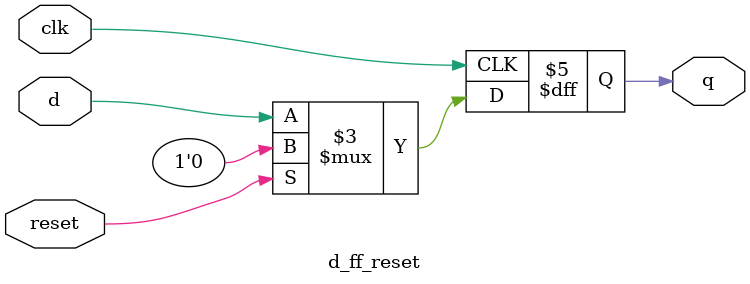
<source format=v>
module d_ff_reset
   (
    input wire clk, reset,
    input wire d,
    output reg q
   );

   // body
   always @(negedge clk)
      if (reset)
         q <= 1'b0;
      else
         q <= d;

endmodule
</source>
